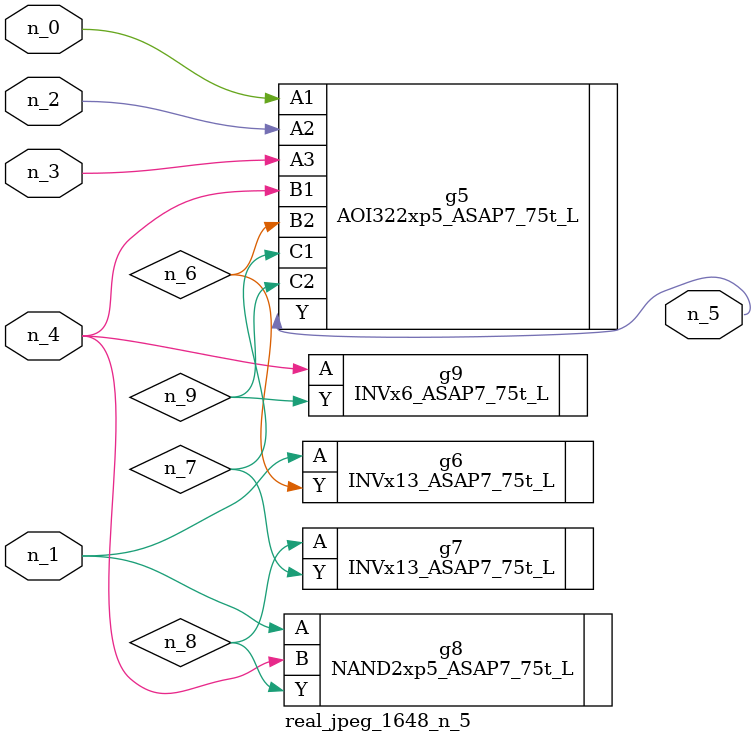
<source format=v>
module real_jpeg_1648_n_5 (n_4, n_0, n_1, n_2, n_3, n_5);

input n_4;
input n_0;
input n_1;
input n_2;
input n_3;

output n_5;

wire n_8;
wire n_6;
wire n_7;
wire n_9;

AOI322xp5_ASAP7_75t_L g5 ( 
.A1(n_0),
.A2(n_2),
.A3(n_3),
.B1(n_4),
.B2(n_6),
.C1(n_7),
.C2(n_9),
.Y(n_5)
);

INVx13_ASAP7_75t_L g6 ( 
.A(n_1),
.Y(n_6)
);

NAND2xp5_ASAP7_75t_L g8 ( 
.A(n_1),
.B(n_4),
.Y(n_8)
);

INVx6_ASAP7_75t_L g9 ( 
.A(n_4),
.Y(n_9)
);

INVx13_ASAP7_75t_L g7 ( 
.A(n_8),
.Y(n_7)
);


endmodule
</source>
